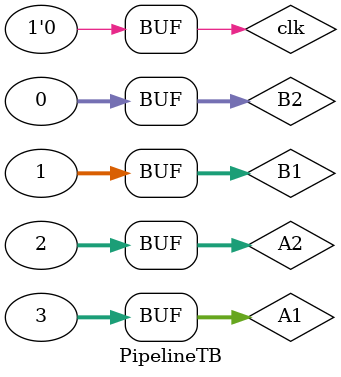
<source format=v>
`timescale 1ns / 1ps


module PipelineTB;

	// Inputs
	reg [31:0] A1;
	reg [31:0] A2;
	reg [31:0] B1;
	reg [31:0] B2;
	reg clk;

	// Outputs
	wire [31:0] C;

	// Instantiate the Unit Under Test (UUT)
	pipeline uut (
		.A1(A1), 
		.A2(A2), 
		.B1(B1), 
		.B2(B2), 
		.clk(clk), 
		.C(C)
	);

	initial begin
		// Initialize Inputs
		A1 = 0;
		A2 = 0;
		B1 = 0;
		B2 = 0;
		clk = 0;

		// Wait 5 ns for global reset to finish
		#5;
        
		A1 = 0;
		B1 = 1;
		A2 = 2;
		B2 = 3;
		#3;
		clk = 1;
		#2;
		clk = 0;
		#3;
		clk = 1;
		#1;
		clk = 0;
		#1;
		A1 = 3;
		B1 = 1;
		A2 = 2;
		B2 = 0;
		#1;
		#3;
		clk = 1;
		#2;
		clk = 0;
		#3;
		clk = 1;
		#1;
		clk = 0;
		// Add stimulus here
		
	end
		
		
endmodule


</source>
